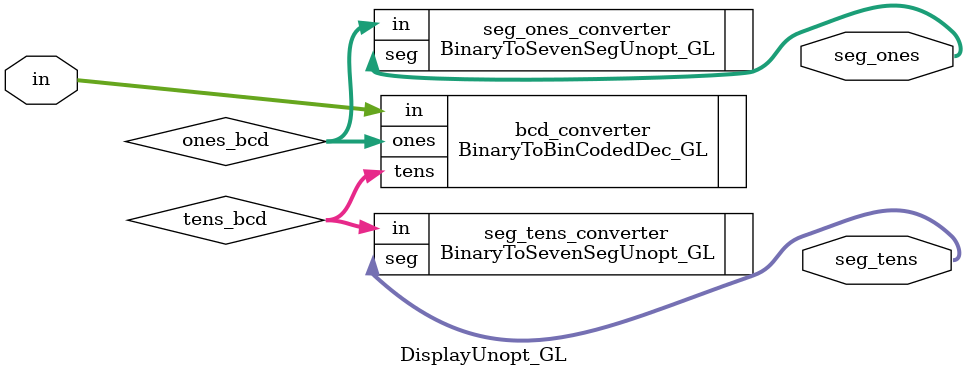
<source format=v>

`ifndef DISPLAY_UNOPT_GL_V
`define DISPLAY_UNOPT_GL_V

`include "ece2300/ece2300-misc.v"
`include "lab1/BinaryToBinCodedDec_GL.v"
`include "lab1/BinaryToSevenSegUnopt_GL.v"

module DisplayUnopt_GL
(
  input  wire [4:0] in,
  output wire [6:0] seg_tens,
  output wire [6:0] seg_ones
);

  wire [3:0] tens_bcd; // 4 digits of tens converted w BinaryToBinCodedDec
  wire [3:0] ones_bcd; // 4 digits of ones converted w BinaryToBinCodedDec
  
  BinaryToBinCodedDec_GL bcd_converter (
    .in   (in),
    .tens (tens_bcd),
    .ones (ones_bcd)
  );

  BinaryToSevenSegUnopt_GL seg_tens_converter (
    .in   (tens_bcd),
    .seg  (seg_tens)
  );

  BinaryToSevenSegUnopt_GL seg_ones_converter (
    .in   (ones_bcd),
    .seg  (seg_ones)
  );

endmodule

`endif /* DISPLAY_UNOPT_GL_V */

</source>
